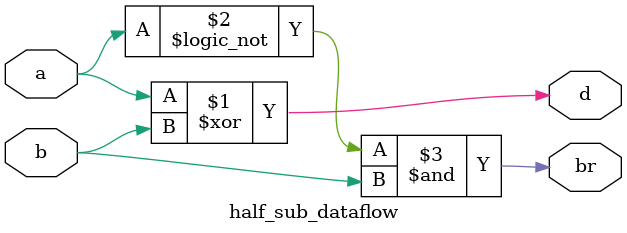
<source format=v>

module half_sub_dataflow(a,b,d,br);
input a,b;
output d,br;
assign d= a^b;
assign br= (!a)&b;
endmodule

</source>
